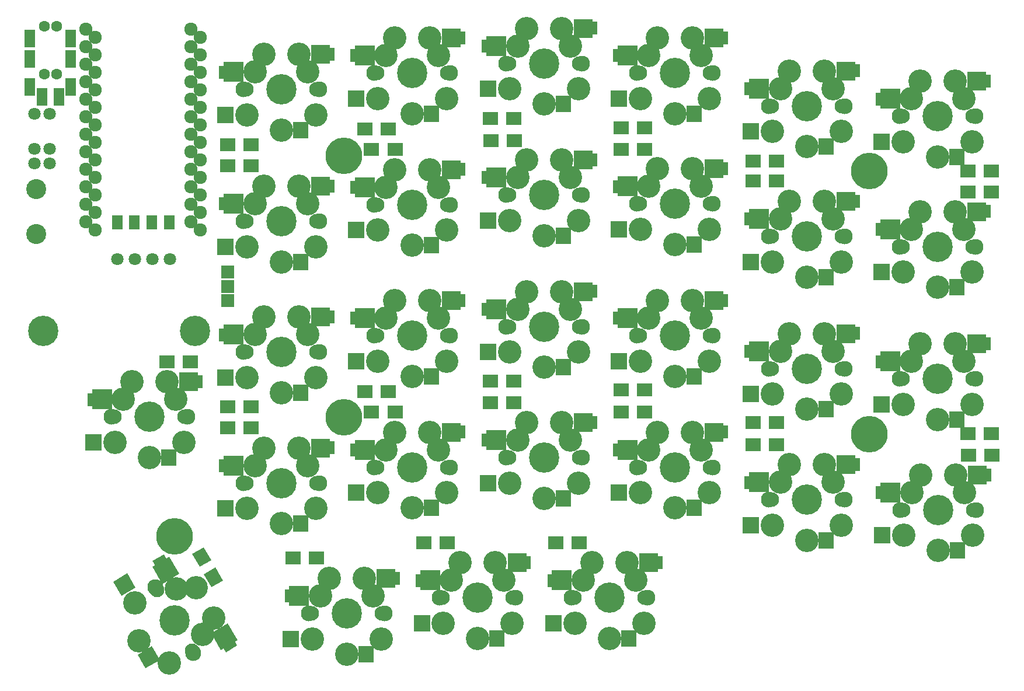
<source format=gbs>
G04 #@! TF.GenerationSoftware,KiCad,Pcbnew,5.1.5-52549c5~84~ubuntu18.04.1*
G04 #@! TF.CreationDate,2019-12-02T09:16:55+01:00*
G04 #@! TF.ProjectId,Lily58_Pro,4c696c79-3538-45f5-9072-6f2e6b696361,rev?*
G04 #@! TF.SameCoordinates,Original*
G04 #@! TF.FileFunction,Soldermask,Bot*
G04 #@! TF.FilePolarity,Negative*
%FSLAX46Y46*%
G04 Gerber Fmt 4.6, Leading zero omitted, Abs format (unit mm)*
G04 Created by KiCad (PCBNEW 5.1.5-52549c5~84~ubuntu18.04.1) date 2019-12-02 09:16:55*
%MOMM*%
%LPD*%
G04 APERTURE LIST*
%ADD10C,1.600000*%
%ADD11R,1.600000X2.500000*%
%ADD12R,1.924000X1.924000*%
%ADD13C,0.100000*%
%ADD14C,3.400000*%
%ADD15C,0.500000*%
%ADD16C,4.400000*%
%ADD17C,2.300000*%
%ADD18C,2.100000*%
%ADD19R,1.100000X1.900000*%
%ADD20R,2.400000X2.400000*%
%ADD21R,2.300000X2.400000*%
%ADD22R,2.900000X2.900000*%
%ADD23R,2.800000X2.800000*%
%ADD24C,1.924000*%
%ADD25C,5.300000*%
%ADD26C,1.797000*%
%ADD27R,1.543000X1.035000*%
%ADD28C,2.900000*%
%ADD29R,2.200000X1.900000*%
G04 APERTURE END LIST*
D10*
X86150000Y-47800000D03*
X86150000Y-40800000D03*
D11*
X84050000Y-49600000D03*
X88250000Y-51100000D03*
X84050000Y-42600000D03*
X84050000Y-45600000D03*
D10*
X87900000Y-40800000D03*
X87900000Y-47800000D03*
D11*
X90000000Y-42600000D03*
X90000000Y-45600000D03*
X90000000Y-49600000D03*
X85800000Y-51100000D03*
D12*
X112700000Y-76500000D03*
X112700000Y-78600000D03*
X112700000Y-80600000D03*
D13*
G36*
X101817340Y-118387470D02*
G01*
X103462788Y-117437470D01*
X104012788Y-118390098D01*
X102367340Y-119340098D01*
X101817340Y-118387470D01*
G37*
G36*
X111919006Y-130684069D02*
G01*
X113564454Y-129734069D01*
X114114454Y-130686697D01*
X112469006Y-131636697D01*
X111919006Y-130684069D01*
G37*
D14*
X109104705Y-129029557D03*
X109104705Y-129029557D03*
X108129409Y-122260295D03*
D15*
X109146846Y-129022547D03*
D14*
X104295706Y-133180127D03*
D13*
G36*
X99384936Y-122274424D02*
G01*
X97306476Y-123474424D01*
X96106476Y-121395964D01*
X98184936Y-120195964D01*
X99384936Y-122274424D01*
G37*
G36*
X102904680Y-132770800D02*
G01*
X100826220Y-133970800D01*
X99676220Y-131978942D01*
X101754680Y-130778942D01*
X102904680Y-132770800D01*
G37*
D14*
X99295706Y-124519873D03*
X99890450Y-129950000D03*
D15*
X105321846Y-122397453D03*
D13*
G36*
X105730442Y-120285162D02*
G01*
X103218968Y-121735162D01*
X101768968Y-119223688D01*
X104280442Y-117773688D01*
X105730442Y-120285162D01*
G37*
D14*
X110669409Y-126659705D03*
D16*
X105000000Y-127000000D03*
D17*
X102250000Y-122236860D03*
X107750000Y-131763140D03*
D18*
X107540000Y-131399409D03*
X102460000Y-122600591D03*
D14*
X105294705Y-122430443D03*
D13*
G36*
X114161845Y-129908781D02*
G01*
X111736973Y-131308781D01*
X110336973Y-128883909D01*
X112761845Y-127483909D01*
X114161845Y-129908781D01*
G37*
D19*
X159600000Y-121250000D03*
X175300000Y-118650000D03*
D14*
X171910000Y-121210000D03*
X171910000Y-121210000D03*
X165560000Y-118670000D03*
D15*
X171925000Y-121170000D03*
D14*
X173100000Y-127450000D03*
D20*
X160000000Y-127450000D03*
D21*
X170900000Y-129650000D03*
D14*
X163100000Y-127450000D03*
X168100000Y-129650000D03*
D15*
X164275000Y-121170000D03*
D22*
X161200000Y-121210000D03*
D14*
X170640000Y-118670000D03*
D16*
X168100000Y-123750000D03*
D17*
X162600000Y-123750000D03*
X173600000Y-123750000D03*
D18*
X173180000Y-123750000D03*
X163020000Y-123750000D03*
D14*
X164290000Y-121209999D03*
D23*
X173800000Y-118670000D03*
D19*
X140500000Y-121250000D03*
X156200000Y-118650000D03*
D14*
X152810000Y-121210000D03*
X152810000Y-121210000D03*
X146460000Y-118670000D03*
D15*
X152825000Y-121170000D03*
D14*
X154000000Y-127450000D03*
D20*
X140900000Y-127450000D03*
D21*
X151800000Y-129650000D03*
D14*
X144000000Y-127450000D03*
X149000000Y-129650000D03*
D15*
X145175000Y-121170000D03*
D22*
X142100000Y-121210000D03*
D14*
X151540000Y-118670000D03*
D16*
X149000000Y-123750000D03*
D17*
X143500000Y-123750000D03*
X154500000Y-123750000D03*
D18*
X154080000Y-123750000D03*
X143920000Y-123750000D03*
D14*
X145190000Y-121209999D03*
D23*
X154700000Y-118670000D03*
D19*
X121500000Y-123500000D03*
X137200000Y-120900000D03*
D14*
X133810000Y-123460000D03*
X133810000Y-123460000D03*
X127460000Y-120920000D03*
D15*
X133825000Y-123420000D03*
D14*
X135000000Y-129700000D03*
D20*
X121900000Y-129700000D03*
D21*
X132800000Y-131900000D03*
D14*
X125000000Y-129700000D03*
X130000000Y-131900000D03*
D15*
X126175000Y-123420000D03*
D22*
X123100000Y-123460000D03*
D14*
X132540000Y-120920000D03*
D16*
X130000000Y-126000000D03*
D17*
X124500000Y-126000000D03*
X135500000Y-126000000D03*
D18*
X135080000Y-126000000D03*
X124920000Y-126000000D03*
D14*
X126190000Y-123459999D03*
D23*
X135700000Y-120920000D03*
D19*
X92900000Y-95000000D03*
X108600000Y-92400000D03*
D14*
X105210000Y-94960000D03*
X105210000Y-94960000D03*
X98860000Y-92420000D03*
D15*
X105225000Y-94920000D03*
D14*
X106400000Y-101200000D03*
D20*
X93300000Y-101200000D03*
D21*
X104200000Y-103400000D03*
D14*
X96400000Y-101200000D03*
X101400000Y-103400000D03*
D15*
X97575000Y-94920000D03*
D22*
X94500000Y-94960000D03*
D14*
X103940000Y-92420000D03*
D16*
X101400000Y-97500000D03*
D17*
X95900000Y-97500000D03*
X106900000Y-97500000D03*
D18*
X106480000Y-97500000D03*
X96320000Y-97500000D03*
D14*
X97590000Y-94959999D03*
D23*
X107100000Y-92420000D03*
D19*
X207250000Y-108500000D03*
X222950000Y-105900000D03*
D14*
X219560000Y-108460000D03*
X219560000Y-108460000D03*
X213210000Y-105920000D03*
D15*
X219575000Y-108420000D03*
D14*
X220750000Y-114700000D03*
D20*
X207650000Y-114700000D03*
D21*
X218550000Y-116900000D03*
D14*
X210750000Y-114700000D03*
X215750000Y-116900000D03*
D15*
X211925000Y-108420000D03*
D22*
X208850000Y-108460000D03*
D14*
X218290000Y-105920000D03*
D16*
X215750000Y-111000000D03*
D17*
X210250000Y-111000000D03*
X221250000Y-111000000D03*
D18*
X220830000Y-111000000D03*
X210670000Y-111000000D03*
D14*
X211940000Y-108459999D03*
D23*
X221450000Y-105920000D03*
D19*
X188200000Y-107000000D03*
X203900000Y-104400000D03*
D14*
X200510000Y-106960000D03*
X200510000Y-106960000D03*
X194160000Y-104420000D03*
D15*
X200525000Y-106920000D03*
D14*
X201700000Y-113200000D03*
D20*
X188600000Y-113200000D03*
D21*
X199500000Y-115400000D03*
D14*
X191700000Y-113200000D03*
X196700000Y-115400000D03*
D15*
X192875000Y-106920000D03*
D22*
X189800000Y-106960000D03*
D14*
X199240000Y-104420000D03*
D16*
X196700000Y-109500000D03*
D17*
X191200000Y-109500000D03*
X202200000Y-109500000D03*
D18*
X201780000Y-109500000D03*
X191620000Y-109500000D03*
D14*
X192890000Y-106959999D03*
D23*
X202400000Y-104420000D03*
D19*
X169100000Y-102300000D03*
X184800000Y-99700000D03*
D14*
X181410000Y-102260000D03*
X181410000Y-102260000D03*
X175060000Y-99720000D03*
D15*
X181425000Y-102220000D03*
D14*
X182600000Y-108500000D03*
D20*
X169500000Y-108500000D03*
D21*
X180400000Y-110700000D03*
D14*
X172600000Y-108500000D03*
X177600000Y-110700000D03*
D15*
X173775000Y-102220000D03*
D22*
X170700000Y-102260000D03*
D14*
X180140000Y-99720000D03*
D16*
X177600000Y-104800000D03*
D17*
X172100000Y-104800000D03*
X183100000Y-104800000D03*
D18*
X182680000Y-104800000D03*
X172520000Y-104800000D03*
D14*
X173790000Y-102259999D03*
D23*
X183300000Y-99720000D03*
D19*
X150100000Y-100900000D03*
X165800000Y-98300000D03*
D14*
X162410000Y-100860000D03*
X162410000Y-100860000D03*
X156060000Y-98320000D03*
D15*
X162425000Y-100820000D03*
D14*
X163600000Y-107100000D03*
D20*
X150500000Y-107100000D03*
D21*
X161400000Y-109300000D03*
D14*
X153600000Y-107100000D03*
X158600000Y-109300000D03*
D15*
X154775000Y-100820000D03*
D22*
X151700000Y-100860000D03*
D14*
X161140000Y-98320000D03*
D16*
X158600000Y-103400000D03*
D17*
X153100000Y-103400000D03*
X164100000Y-103400000D03*
D18*
X163680000Y-103400000D03*
X153520000Y-103400000D03*
D14*
X154790000Y-100859999D03*
D23*
X164300000Y-98320000D03*
D19*
X131000000Y-102300000D03*
X146700000Y-99700000D03*
D14*
X143310000Y-102260000D03*
X143310000Y-102260000D03*
X136960000Y-99720000D03*
D15*
X143325000Y-102220000D03*
D14*
X144500000Y-108500000D03*
D20*
X131400000Y-108500000D03*
D21*
X142300000Y-110700000D03*
D14*
X134500000Y-108500000D03*
X139500000Y-110700000D03*
D15*
X135675000Y-102220000D03*
D22*
X132600000Y-102260000D03*
D14*
X142040000Y-99720000D03*
D16*
X139500000Y-104800000D03*
D17*
X134000000Y-104800000D03*
X145000000Y-104800000D03*
D18*
X144580000Y-104800000D03*
X134420000Y-104800000D03*
D14*
X135690000Y-102259999D03*
D23*
X145200000Y-99720000D03*
D19*
X112000000Y-104600000D03*
X127700000Y-102000000D03*
D14*
X124310000Y-104560000D03*
X124310000Y-104560000D03*
X117960000Y-102020000D03*
D15*
X124325000Y-104520000D03*
D14*
X125500000Y-110800000D03*
D20*
X112400000Y-110800000D03*
D21*
X123300000Y-113000000D03*
D14*
X115500000Y-110800000D03*
X120500000Y-113000000D03*
D15*
X116675000Y-104520000D03*
D22*
X113600000Y-104560000D03*
D14*
X123040000Y-102020000D03*
D16*
X120500000Y-107100000D03*
D17*
X115000000Y-107100000D03*
X126000000Y-107100000D03*
D18*
X125580000Y-107100000D03*
X115420000Y-107100000D03*
D14*
X116690000Y-104559999D03*
D23*
X126200000Y-102020000D03*
D19*
X207200000Y-89500000D03*
X222900000Y-86900000D03*
D14*
X219510000Y-89460000D03*
X219510000Y-89460000D03*
X213160000Y-86920000D03*
D15*
X219525000Y-89420000D03*
D14*
X220700000Y-95700000D03*
D20*
X207600000Y-95700000D03*
D21*
X218500000Y-97900000D03*
D14*
X210700000Y-95700000D03*
X215700000Y-97900000D03*
D15*
X211875000Y-89420000D03*
D22*
X208800000Y-89460000D03*
D14*
X218240000Y-86920000D03*
D16*
X215700000Y-92000000D03*
D17*
X210200000Y-92000000D03*
X221200000Y-92000000D03*
D18*
X220780000Y-92000000D03*
X210620000Y-92000000D03*
D14*
X211890000Y-89459999D03*
D23*
X221400000Y-86920000D03*
D19*
X188200000Y-88000000D03*
X203900000Y-85400000D03*
D14*
X200510000Y-87960000D03*
X200510000Y-87960000D03*
X194160000Y-85420000D03*
D15*
X200525000Y-87920000D03*
D14*
X201700000Y-94200000D03*
D20*
X188600000Y-94200000D03*
D21*
X199500000Y-96400000D03*
D14*
X191700000Y-94200000D03*
X196700000Y-96400000D03*
D15*
X192875000Y-87920000D03*
D22*
X189800000Y-87960000D03*
D14*
X199240000Y-85420000D03*
D16*
X196700000Y-90500000D03*
D17*
X191200000Y-90500000D03*
X202200000Y-90500000D03*
D18*
X201780000Y-90500000D03*
X191620000Y-90500000D03*
D14*
X192890000Y-87959999D03*
D23*
X202400000Y-85420000D03*
D19*
X169100000Y-83200000D03*
X184800000Y-80600000D03*
D14*
X181410000Y-83160000D03*
X181410000Y-83160000D03*
X175060000Y-80620000D03*
D15*
X181425000Y-83120000D03*
D14*
X182600000Y-89400000D03*
D20*
X169500000Y-89400000D03*
D21*
X180400000Y-91600000D03*
D14*
X172600000Y-89400000D03*
X177600000Y-91600000D03*
D15*
X173775000Y-83120000D03*
D22*
X170700000Y-83160000D03*
D14*
X180140000Y-80620000D03*
D16*
X177600000Y-85700000D03*
D17*
X172100000Y-85700000D03*
X183100000Y-85700000D03*
D18*
X182680000Y-85700000D03*
X172520000Y-85700000D03*
D14*
X173790000Y-83159999D03*
D23*
X183300000Y-80620000D03*
D19*
X150100000Y-81900000D03*
X165800000Y-79300000D03*
D14*
X162410000Y-81860000D03*
X162410000Y-81860000D03*
X156060000Y-79320000D03*
D15*
X162425000Y-81820000D03*
D14*
X163600000Y-88100000D03*
D20*
X150500000Y-88100000D03*
D21*
X161400000Y-90300000D03*
D14*
X153600000Y-88100000D03*
X158600000Y-90300000D03*
D15*
X154775000Y-81820000D03*
D22*
X151700000Y-81860000D03*
D14*
X161140000Y-79320000D03*
D16*
X158600000Y-84400000D03*
D17*
X153100000Y-84400000D03*
X164100000Y-84400000D03*
D18*
X163680000Y-84400000D03*
X153520000Y-84400000D03*
D14*
X154790000Y-81859999D03*
D23*
X164300000Y-79320000D03*
D19*
X131000000Y-83200000D03*
X146700000Y-80600000D03*
D14*
X143310000Y-83160000D03*
X143310000Y-83160000D03*
X136960000Y-80620000D03*
D15*
X143325000Y-83120000D03*
D14*
X144500000Y-89400000D03*
D20*
X131400000Y-89400000D03*
D21*
X142300000Y-91600000D03*
D14*
X134500000Y-89400000D03*
X139500000Y-91600000D03*
D15*
X135675000Y-83120000D03*
D22*
X132600000Y-83160000D03*
D14*
X142040000Y-80620000D03*
D16*
X139500000Y-85700000D03*
D17*
X134000000Y-85700000D03*
X145000000Y-85700000D03*
D18*
X144580000Y-85700000D03*
X134420000Y-85700000D03*
D14*
X135690000Y-83159999D03*
D23*
X145200000Y-80620000D03*
D19*
X112000000Y-85600000D03*
X127700000Y-83000000D03*
D14*
X124310000Y-85560000D03*
X124310000Y-85560000D03*
X117960000Y-83020000D03*
D15*
X124325000Y-85520000D03*
D14*
X125500000Y-91800000D03*
D20*
X112400000Y-91800000D03*
D21*
X123300000Y-94000000D03*
D14*
X115500000Y-91800000D03*
X120500000Y-94000000D03*
D15*
X116675000Y-85520000D03*
D22*
X113600000Y-85560000D03*
D14*
X123040000Y-83020000D03*
D16*
X120500000Y-88100000D03*
D17*
X115000000Y-88100000D03*
X126000000Y-88100000D03*
D18*
X125580000Y-88100000D03*
X115420000Y-88100000D03*
D14*
X116690000Y-85559999D03*
D23*
X126200000Y-83020000D03*
D19*
X207200000Y-70300000D03*
X222900000Y-67700000D03*
D14*
X219510000Y-70260000D03*
X219510000Y-70260000D03*
X213160000Y-67720000D03*
D15*
X219525000Y-70220000D03*
D14*
X220700000Y-76500000D03*
D20*
X207600000Y-76500000D03*
D21*
X218500000Y-78700000D03*
D14*
X210700000Y-76500000D03*
X215700000Y-78700000D03*
D15*
X211875000Y-70220000D03*
D22*
X208800000Y-70260000D03*
D14*
X218240000Y-67720000D03*
D16*
X215700000Y-72800000D03*
D17*
X210200000Y-72800000D03*
X221200000Y-72800000D03*
D18*
X220780000Y-72800000D03*
X210620000Y-72800000D03*
D14*
X211890000Y-70259999D03*
D23*
X221400000Y-67720000D03*
D19*
X188200000Y-68800000D03*
X203900000Y-66200000D03*
D14*
X200510000Y-68760000D03*
X200510000Y-68760000D03*
X194160000Y-66220000D03*
D15*
X200525000Y-68720000D03*
D14*
X201700000Y-75000000D03*
D20*
X188600000Y-75000000D03*
D21*
X199500000Y-77200000D03*
D14*
X191700000Y-75000000D03*
X196700000Y-77200000D03*
D15*
X192875000Y-68720000D03*
D22*
X189800000Y-68760000D03*
D14*
X199240000Y-66220000D03*
D16*
X196700000Y-71300000D03*
D17*
X191200000Y-71300000D03*
X202200000Y-71300000D03*
D18*
X201780000Y-71300000D03*
X191620000Y-71300000D03*
D14*
X192890000Y-68759999D03*
D23*
X202400000Y-66220000D03*
D19*
X169100000Y-64100000D03*
X184800000Y-61500000D03*
D14*
X181410000Y-64060000D03*
X181410000Y-64060000D03*
X175060000Y-61520000D03*
D15*
X181425000Y-64020000D03*
D14*
X182600000Y-70300000D03*
D20*
X169500000Y-70300000D03*
D21*
X180400000Y-72500000D03*
D14*
X172600000Y-70300000D03*
X177600000Y-72500000D03*
D15*
X173775000Y-64020000D03*
D22*
X170700000Y-64060000D03*
D14*
X180140000Y-61520000D03*
D16*
X177600000Y-66600000D03*
D17*
X172100000Y-66600000D03*
X183100000Y-66600000D03*
D18*
X182680000Y-66600000D03*
X172520000Y-66600000D03*
D14*
X173790000Y-64059999D03*
D23*
X183300000Y-61520000D03*
D19*
X150100000Y-62800000D03*
X165800000Y-60200000D03*
D14*
X162410000Y-62760000D03*
X162410000Y-62760000D03*
X156060000Y-60220000D03*
D15*
X162425000Y-62720000D03*
D14*
X163600000Y-69000000D03*
D20*
X150500000Y-69000000D03*
D21*
X161400000Y-71200000D03*
D14*
X153600000Y-69000000D03*
X158600000Y-71200000D03*
D15*
X154775000Y-62720000D03*
D22*
X151700000Y-62760000D03*
D14*
X161140000Y-60220000D03*
D16*
X158600000Y-65300000D03*
D17*
X153100000Y-65300000D03*
X164100000Y-65300000D03*
D18*
X163680000Y-65300000D03*
X153520000Y-65300000D03*
D14*
X154790000Y-62759999D03*
D23*
X164300000Y-60220000D03*
D19*
X131000000Y-64200000D03*
X146700000Y-61600000D03*
D14*
X143310000Y-64160000D03*
X143310000Y-64160000D03*
X136960000Y-61620000D03*
D15*
X143325000Y-64120000D03*
D14*
X144500000Y-70400000D03*
D20*
X131400000Y-70400000D03*
D21*
X142300000Y-72600000D03*
D14*
X134500000Y-70400000D03*
X139500000Y-72600000D03*
D15*
X135675000Y-64120000D03*
D22*
X132600000Y-64160000D03*
D14*
X142040000Y-61620000D03*
D16*
X139500000Y-66700000D03*
D17*
X134000000Y-66700000D03*
X145000000Y-66700000D03*
D18*
X144580000Y-66700000D03*
X134420000Y-66700000D03*
D14*
X135690000Y-64159999D03*
D23*
X145200000Y-61620000D03*
D19*
X112000000Y-66600000D03*
X127700000Y-64000000D03*
D14*
X124310000Y-66560000D03*
X124310000Y-66560000D03*
X117960000Y-64020000D03*
D15*
X124325000Y-66520000D03*
D14*
X125500000Y-72800000D03*
D20*
X112400000Y-72800000D03*
D21*
X123300000Y-75000000D03*
D14*
X115500000Y-72800000D03*
X120500000Y-75000000D03*
D15*
X116675000Y-66520000D03*
D22*
X113600000Y-66560000D03*
D14*
X123040000Y-64020000D03*
D16*
X120500000Y-69100000D03*
D17*
X115000000Y-69100000D03*
X126000000Y-69100000D03*
D18*
X125580000Y-69100000D03*
X115420000Y-69100000D03*
D14*
X116690000Y-66559999D03*
D23*
X126200000Y-64020000D03*
D19*
X207200000Y-51400000D03*
X222900000Y-48800000D03*
D14*
X219510000Y-51360000D03*
X219510000Y-51360000D03*
X213160000Y-48820000D03*
D15*
X219525000Y-51320000D03*
D14*
X220700000Y-57600000D03*
D20*
X207600000Y-57600000D03*
D21*
X218500000Y-59800000D03*
D14*
X210700000Y-57600000D03*
X215700000Y-59800000D03*
D15*
X211875000Y-51320000D03*
D22*
X208800000Y-51360000D03*
D14*
X218240000Y-48820000D03*
D16*
X215700000Y-53900000D03*
D17*
X210200000Y-53900000D03*
X221200000Y-53900000D03*
D18*
X220780000Y-53900000D03*
X210620000Y-53900000D03*
D14*
X211890000Y-51359999D03*
D23*
X221400000Y-48820000D03*
D19*
X188200000Y-49900000D03*
X203900000Y-47300000D03*
D14*
X200510000Y-49860000D03*
X200510000Y-49860000D03*
X194160000Y-47320000D03*
D15*
X200525000Y-49820000D03*
D14*
X201700000Y-56100000D03*
D20*
X188600000Y-56100000D03*
D21*
X199500000Y-58300000D03*
D14*
X191700000Y-56100000D03*
X196700000Y-58300000D03*
D15*
X192875000Y-49820000D03*
D22*
X189800000Y-49860000D03*
D14*
X199240000Y-47320000D03*
D16*
X196700000Y-52400000D03*
D17*
X191200000Y-52400000D03*
X202200000Y-52400000D03*
D18*
X201780000Y-52400000D03*
X191620000Y-52400000D03*
D14*
X192890000Y-49859999D03*
D23*
X202400000Y-47320000D03*
D19*
X169100000Y-45100000D03*
X184800000Y-42500000D03*
D14*
X181410000Y-45060000D03*
X181410000Y-45060000D03*
X175060000Y-42520000D03*
D15*
X181425000Y-45020000D03*
D14*
X182600000Y-51300000D03*
D20*
X169500000Y-51300000D03*
D21*
X180400000Y-53500000D03*
D14*
X172600000Y-51300000D03*
X177600000Y-53500000D03*
D15*
X173775000Y-45020000D03*
D22*
X170700000Y-45060000D03*
D14*
X180140000Y-42520000D03*
D16*
X177600000Y-47600000D03*
D17*
X172100000Y-47600000D03*
X183100000Y-47600000D03*
D18*
X182680000Y-47600000D03*
X172520000Y-47600000D03*
D14*
X173790000Y-45059999D03*
D23*
X183300000Y-42520000D03*
D19*
X150100000Y-43710000D03*
X165800000Y-41110000D03*
D14*
X162410000Y-43670000D03*
X162410000Y-43670000D03*
X156060000Y-41130000D03*
D15*
X162425000Y-43630000D03*
D14*
X163600000Y-49910000D03*
D20*
X150500000Y-49910000D03*
D21*
X161400000Y-52110000D03*
D14*
X153600000Y-49910000D03*
X158600000Y-52110000D03*
D15*
X154775000Y-43630000D03*
D22*
X151700000Y-43670000D03*
D14*
X161140000Y-41130000D03*
D16*
X158600000Y-46210000D03*
D17*
X153100000Y-46210000D03*
X164100000Y-46210000D03*
D18*
X163680000Y-46210000D03*
X153520000Y-46210000D03*
D14*
X154790000Y-43669999D03*
D23*
X164300000Y-41130000D03*
D19*
X131000000Y-45100000D03*
X146700000Y-42500000D03*
D14*
X143310000Y-45060000D03*
X143310000Y-45060000D03*
X136960000Y-42520000D03*
D15*
X143325000Y-45020000D03*
D14*
X144500000Y-51300000D03*
D20*
X131400000Y-51300000D03*
D21*
X142300000Y-53500000D03*
D14*
X134500000Y-51300000D03*
X139500000Y-53500000D03*
D15*
X135675000Y-45020000D03*
D22*
X132600000Y-45060000D03*
D14*
X142040000Y-42520000D03*
D16*
X139500000Y-47600000D03*
D17*
X134000000Y-47600000D03*
X145000000Y-47600000D03*
D18*
X144580000Y-47600000D03*
X134420000Y-47600000D03*
D14*
X135690000Y-45059999D03*
D23*
X145200000Y-42520000D03*
D19*
X112000000Y-47500000D03*
X127700000Y-44900000D03*
D14*
X124310000Y-47460000D03*
X124310000Y-47460000D03*
X117960000Y-44920000D03*
D15*
X124325000Y-47420000D03*
D14*
X125500000Y-53700000D03*
D20*
X112400000Y-53700000D03*
D21*
X123300000Y-55900000D03*
D14*
X115500000Y-53700000D03*
X120500000Y-55900000D03*
D15*
X116675000Y-47420000D03*
D22*
X113600000Y-47460000D03*
D14*
X123040000Y-44920000D03*
D16*
X120500000Y-50000000D03*
D17*
X115000000Y-50000000D03*
X126000000Y-50000000D03*
D18*
X125580000Y-50000000D03*
X115420000Y-50000000D03*
D14*
X116690000Y-47459999D03*
D23*
X126200000Y-44920000D03*
D24*
X107420000Y-41230000D03*
X107420000Y-43770000D03*
X107420000Y-46310000D03*
X107420000Y-48850000D03*
X107420000Y-51390000D03*
X107420000Y-53930000D03*
X107420000Y-56470000D03*
X107420000Y-59010000D03*
X107420000Y-61550000D03*
X107420000Y-64090000D03*
X107420000Y-66630000D03*
X107420000Y-69170000D03*
X92180000Y-69170000D03*
X92180000Y-66630000D03*
X92180000Y-64090000D03*
X92180000Y-61550000D03*
X92180000Y-59010000D03*
X92180000Y-56470000D03*
X92180000Y-53930000D03*
X92180000Y-51390000D03*
X92180000Y-48850000D03*
X92180000Y-46310000D03*
X92180000Y-43770000D03*
X92180000Y-41230000D03*
X108718815Y-52585745D03*
X108718815Y-57665745D03*
X93478815Y-42425745D03*
X108718815Y-44965745D03*
X108718815Y-67825745D03*
X93478815Y-70365745D03*
X108718815Y-60205745D03*
X108718815Y-62745745D03*
X93478815Y-60205745D03*
X93478815Y-65285745D03*
X93478815Y-52585745D03*
X93478815Y-50045745D03*
X93478815Y-44965745D03*
X93478815Y-55125745D03*
X108718815Y-70365745D03*
X93478815Y-62745745D03*
X108718815Y-42425745D03*
X108718815Y-47505745D03*
X93478815Y-67825745D03*
X108718815Y-50045745D03*
X108718815Y-55125745D03*
X93478815Y-57665745D03*
X108718815Y-65285745D03*
X93478815Y-47505745D03*
D25*
X129600000Y-59600000D03*
X205800000Y-61800000D03*
X129600000Y-97600000D03*
X205800000Y-100000000D03*
X105000000Y-114800000D03*
D26*
X84700000Y-60700000D03*
X86900000Y-60700000D03*
X86938035Y-58579272D03*
X86938035Y-53499272D03*
X84688035Y-53499272D03*
X84688035Y-58579272D03*
D27*
X104300000Y-68799620D03*
X104300000Y-69800380D03*
X101700000Y-69800380D03*
X101700000Y-68799620D03*
X99200000Y-68799620D03*
X99200000Y-69800380D03*
X96700000Y-69800380D03*
X96700000Y-68799620D03*
D28*
X85000000Y-70950000D03*
X85000000Y-64450000D03*
D29*
X112700000Y-58000000D03*
X116100000Y-58000000D03*
X132600000Y-55700000D03*
X136000000Y-55700000D03*
X150800000Y-54200000D03*
X154200000Y-54200000D03*
X169800000Y-55600000D03*
X173200000Y-55600000D03*
X192300000Y-60400000D03*
X188900000Y-60400000D03*
X220100000Y-61800000D03*
X223500000Y-61800000D03*
X116100000Y-61100000D03*
X112700000Y-61100000D03*
X137000000Y-58700000D03*
X133600000Y-58700000D03*
X154300000Y-57400000D03*
X150900000Y-57400000D03*
X169800000Y-58700000D03*
X173200000Y-58700000D03*
X192300000Y-63300000D03*
X188900000Y-63300000D03*
X223500000Y-64900000D03*
X220100000Y-64900000D03*
X112700000Y-96000000D03*
X116100000Y-96000000D03*
X136000000Y-93800000D03*
X132600000Y-93800000D03*
X154200000Y-92300000D03*
X150800000Y-92300000D03*
X169800000Y-93600000D03*
X173200000Y-93600000D03*
X188900000Y-98300000D03*
X192300000Y-98300000D03*
X223500000Y-99900000D03*
X220100000Y-99900000D03*
X116100000Y-99100000D03*
X112700000Y-99100000D03*
X133600000Y-96800000D03*
X137000000Y-96800000D03*
X154200000Y-95400000D03*
X150800000Y-95400000D03*
X169800000Y-96800000D03*
X173200000Y-96800000D03*
X192300000Y-101500000D03*
X188900000Y-101500000D03*
X220200000Y-103100000D03*
X223600000Y-103100000D03*
X103900000Y-89500000D03*
X107300000Y-89500000D03*
D13*
G36*
X109277276Y-120294615D02*
G01*
X110922724Y-119344615D01*
X112022724Y-121249871D01*
X110377276Y-122199871D01*
X109277276Y-120294615D01*
G37*
G36*
X107577276Y-117350129D02*
G01*
X109222724Y-116400129D01*
X110322724Y-118305385D01*
X108677276Y-119255385D01*
X107577276Y-117350129D01*
G37*
D29*
X122200000Y-118000000D03*
X125600000Y-118000000D03*
X144600000Y-115800000D03*
X141200000Y-115800000D03*
X160300000Y-115800000D03*
X163700000Y-115800000D03*
D16*
X86000000Y-85000000D03*
X108000000Y-85000000D03*
D26*
X96700000Y-74600000D03*
X99240000Y-74600000D03*
X101780000Y-74600000D03*
X104320000Y-74600000D03*
M02*

</source>
